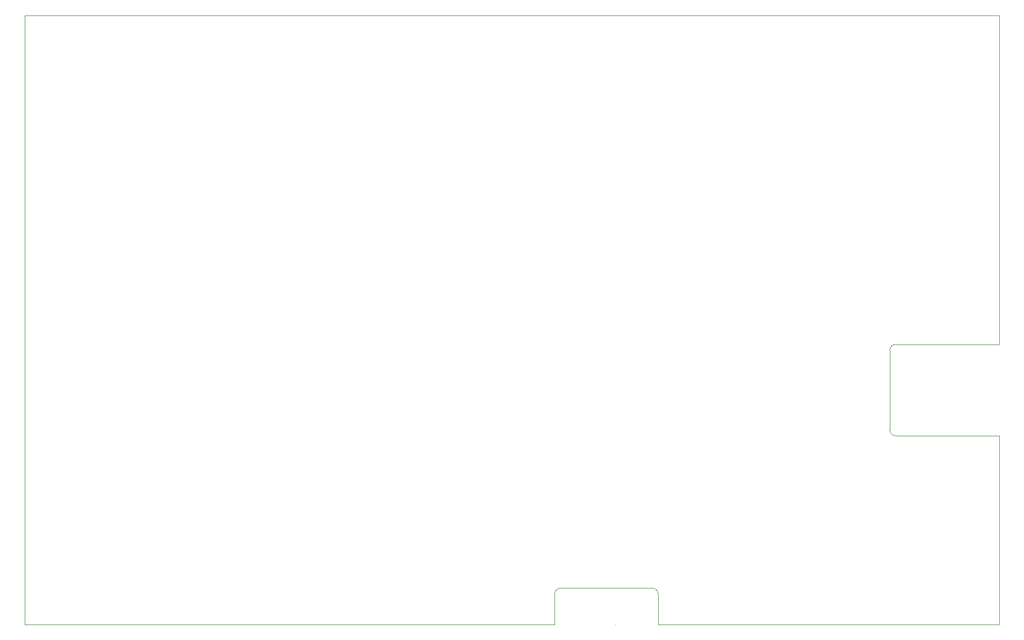
<source format=gbr>
%TF.GenerationSoftware,KiCad,Pcbnew,(5.1.9)-1*%
%TF.CreationDate,2021-09-07T11:59:19+02:00*%
%TF.ProjectId,DDS_mount,4444535f-6d6f-4756-9e74-2e6b69636164,rev?*%
%TF.SameCoordinates,Original*%
%TF.FileFunction,Profile,NP*%
%FSLAX46Y46*%
G04 Gerber Fmt 4.6, Leading zero omitted, Abs format (unit mm)*
G04 Created by KiCad (PCBNEW (5.1.9)-1) date 2021-09-07 11:59:19*
%MOMM*%
%LPD*%
G01*
G04 APERTURE LIST*
%TA.AperFunction,Profile*%
%ADD10C,0.050000*%
%TD*%
G04 APERTURE END LIST*
D10*
X210000000Y-50000000D02*
X210000000Y-104000000D01*
X192000000Y-105000000D02*
G75*
G02*
X193000000Y-104000000I1000000J0D01*
G01*
X193000000Y-119000000D02*
G75*
G02*
X192000000Y-118000000I0J1000000D01*
G01*
X210000000Y-119000000D02*
X210000000Y-150000000D01*
X193000000Y-119000000D02*
X210000000Y-119000000D01*
X192000000Y-105000000D02*
X192000000Y-118000000D01*
X210000000Y-104000000D02*
X193000000Y-104000000D01*
X137000000Y-145000000D02*
G75*
G02*
X138000000Y-144000000I1000000J0D01*
G01*
X153000000Y-144000000D02*
G75*
G02*
X154000000Y-145000000I0J-1000000D01*
G01*
X154000000Y-145000000D02*
X154000000Y-150000000D01*
X138000000Y-144000000D02*
X153000000Y-144000000D01*
X137000000Y-150000000D02*
X50000000Y-150000000D01*
X147000000Y-150000000D02*
X147000000Y-150000000D01*
X137000000Y-145000000D02*
X137000000Y-150000000D01*
X50000000Y-150000000D02*
X50000000Y-50000000D01*
X210000000Y-150000000D02*
X154000000Y-150000000D01*
X50000000Y-50000000D02*
X210000000Y-50000000D01*
M02*

</source>
